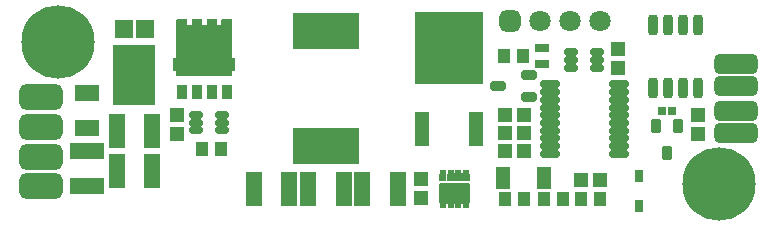
<source format=gts>
G04*
G04 #@! TF.GenerationSoftware,Altium Limited,Altium Designer,21.9.2 (33)*
G04*
G04 Layer_Color=8388736*
%FSLAX44Y44*%
%MOMM*%
G71*
G04*
G04 #@! TF.SameCoordinates,8E8D2D65-0791-42D9-92B5-5118B9BC109D*
G04*
G04*
G04 #@! TF.FilePolarity,Negative*
G04*
G01*
G75*
%ADD18R,0.8032X0.8032*%
%ADD19R,0.7032X1.1032*%
G04:AMPARAMS|DCode=20|XSize=3.7032mm|YSize=1.7032mm|CornerRadius=0.4766mm|HoleSize=0mm|Usage=FLASHONLY|Rotation=180.000|XOffset=0mm|YOffset=0mm|HoleType=Round|Shape=RoundedRectangle|*
%AMROUNDEDRECTD20*
21,1,3.7032,0.7500,0,0,180.0*
21,1,2.7500,1.7032,0,0,180.0*
1,1,0.9532,-1.3750,0.3750*
1,1,0.9532,1.3750,0.3750*
1,1,0.9532,1.3750,-0.3750*
1,1,0.9532,-1.3750,-0.3750*
%
%ADD20ROUNDEDRECTD20*%
%ADD21R,0.5532X0.5532*%
G04:AMPARAMS|DCode=22|XSize=1.1532mm|YSize=0.6032mm|CornerRadius=0.2016mm|HoleSize=0mm|Usage=FLASHONLY|Rotation=0.000|XOffset=0mm|YOffset=0mm|HoleType=Round|Shape=RoundedRectangle|*
%AMROUNDEDRECTD22*
21,1,1.1532,0.2000,0,0,0.0*
21,1,0.7500,0.6032,0,0,0.0*
1,1,0.4032,0.3750,-0.1000*
1,1,0.4032,-0.3750,-0.1000*
1,1,0.4032,-0.3750,0.1000*
1,1,0.4032,0.3750,0.1000*
%
%ADD22ROUNDEDRECTD22*%
%ADD23R,1.3532X2.9032*%
%ADD24R,1.1032X1.2032*%
%ADD25R,1.2032X1.1532*%
%ADD26R,0.9532X1.2032*%
%ADD27R,1.2032X1.9532*%
%ADD28R,3.5632X5.0632*%
%ADD29R,1.5932X1.6032*%
%ADD30R,1.1532X0.8032*%
%ADD31R,1.1532X1.2032*%
%ADD32R,2.0532X1.4532*%
%ADD33R,2.9032X1.3532*%
G04:AMPARAMS|DCode=34|XSize=0.8032mm|YSize=1.7532mm|CornerRadius=0.2516mm|HoleSize=0mm|Usage=FLASHONLY|Rotation=0.000|XOffset=0mm|YOffset=0mm|HoleType=Round|Shape=RoundedRectangle|*
%AMROUNDEDRECTD34*
21,1,0.8032,1.2500,0,0,0.0*
21,1,0.3000,1.7532,0,0,0.0*
1,1,0.5032,0.1500,-0.6250*
1,1,0.5032,-0.1500,-0.6250*
1,1,0.5032,-0.1500,0.6250*
1,1,0.5032,0.1500,0.6250*
%
%ADD34ROUNDEDRECTD34*%
G04:AMPARAMS|DCode=35|XSize=1.2532mm|YSize=0.8532mm|CornerRadius=0.2641mm|HoleSize=0mm|Usage=FLASHONLY|Rotation=270.000|XOffset=0mm|YOffset=0mm|HoleType=Round|Shape=RoundedRectangle|*
%AMROUNDEDRECTD35*
21,1,1.2532,0.3250,0,0,270.0*
21,1,0.7250,0.8532,0,0,270.0*
1,1,0.5282,-0.1625,-0.3625*
1,1,0.5282,-0.1625,0.3625*
1,1,0.5282,0.1625,0.3625*
1,1,0.5282,0.1625,-0.3625*
%
%ADD35ROUNDEDRECTD35*%
%ADD36R,5.7532X6.1032*%
%ADD37R,1.2032X2.8532*%
%ADD38R,5.6032X3.1032*%
G04:AMPARAMS|DCode=39|XSize=1.3532mm|YSize=0.8032mm|CornerRadius=0.2516mm|HoleSize=0mm|Usage=FLASHONLY|Rotation=180.000|XOffset=0mm|YOffset=0mm|HoleType=Round|Shape=RoundedRectangle|*
%AMROUNDEDRECTD39*
21,1,1.3532,0.3000,0,0,180.0*
21,1,0.8500,0.8032,0,0,180.0*
1,1,0.5032,-0.4250,0.1500*
1,1,0.5032,0.4250,0.1500*
1,1,0.5032,0.4250,-0.1500*
1,1,0.5032,-0.4250,-0.1500*
%
%ADD39ROUNDEDRECTD39*%
G04:AMPARAMS|DCode=40|XSize=3.7032mm|YSize=2.2032mm|CornerRadius=0.6016mm|HoleSize=0mm|Usage=FLASHONLY|Rotation=180.000|XOffset=0mm|YOffset=0mm|HoleType=Round|Shape=RoundedRectangle|*
%AMROUNDEDRECTD40*
21,1,3.7032,1.0000,0,0,180.0*
21,1,2.5000,2.2032,0,0,180.0*
1,1,1.2032,-1.2500,0.5000*
1,1,1.2032,1.2500,0.5000*
1,1,1.2032,1.2500,-0.5000*
1,1,1.2032,-1.2500,-0.5000*
%
%ADD40ROUNDEDRECTD40*%
G04:AMPARAMS|DCode=41|XSize=0.6532mm|YSize=1.6532mm|CornerRadius=0.2141mm|HoleSize=0mm|Usage=FLASHONLY|Rotation=90.000|XOffset=0mm|YOffset=0mm|HoleType=Round|Shape=RoundedRectangle|*
%AMROUNDEDRECTD41*
21,1,0.6532,1.2250,0,0,90.0*
21,1,0.2250,1.6532,0,0,90.0*
1,1,0.4282,0.6125,0.1125*
1,1,0.4282,0.6125,-0.1125*
1,1,0.4282,-0.6125,-0.1125*
1,1,0.4282,-0.6125,0.1125*
%
%ADD41ROUNDEDRECTD41*%
%ADD42C,6.2032*%
%ADD43C,1.8032*%
G04:AMPARAMS|DCode=44|XSize=1.8032mm|YSize=1.8032mm|CornerRadius=0.5016mm|HoleSize=0mm|Usage=FLASHONLY|Rotation=0.000|XOffset=0mm|YOffset=0mm|HoleType=Round|Shape=RoundedRectangle|*
%AMROUNDEDRECTD44*
21,1,1.8032,0.8000,0,0,0.0*
21,1,0.8000,1.8032,0,0,0.0*
1,1,1.0032,0.4000,-0.4000*
1,1,1.0032,-0.4000,-0.4000*
1,1,1.0032,-0.4000,0.4000*
1,1,1.0032,0.4000,0.4000*
%
%ADD44ROUNDEDRECTD44*%
%ADD45C,1.2032*%
G36*
X646830Y697084D02*
X649250D01*
Y686034D01*
X646830D01*
Y681784D01*
X599230D01*
Y686034D01*
X596750D01*
Y697084D01*
X599230D01*
Y729084D01*
X608730D01*
Y724334D01*
X637330D01*
Y729084D01*
X646830D01*
Y697084D01*
D02*
G37*
G36*
X846863Y599010D02*
X846993Y598983D01*
X847120Y598941D01*
X847239Y598882D01*
X847350Y598808D01*
X847450Y598720D01*
X847538Y598620D01*
X847612Y598509D01*
X847671Y598390D01*
X847713Y598264D01*
X847739Y598133D01*
X847748Y598000D01*
Y593250D01*
X847739Y593117D01*
X847713Y592986D01*
X847671Y592860D01*
X847612Y592741D01*
X847538Y592630D01*
X847450Y592530D01*
X847350Y592442D01*
X847239Y592368D01*
X847120Y592309D01*
X846993Y592267D01*
X846863Y592240D01*
X846730Y592232D01*
X829910D01*
X829777Y592240D01*
X829647Y592267D01*
X829520Y592309D01*
X829401Y592368D01*
X829290Y592442D01*
X829190Y592530D01*
X829102Y592630D01*
X829028Y592741D01*
X828969Y592860D01*
X828926Y592986D01*
X828901Y593117D01*
X828892Y593250D01*
Y598000D01*
X828901Y598133D01*
X828926Y598264D01*
X828969Y598390D01*
X829028Y598509D01*
X829102Y598620D01*
X829190Y598720D01*
X829290Y598808D01*
X829401Y598882D01*
X829520Y598941D01*
X829647Y598983D01*
X829777Y599010D01*
X829910Y599018D01*
X846730D01*
X846863Y599010D01*
D02*
G37*
G36*
X826883D02*
X827013Y598983D01*
X827140Y598941D01*
X827259Y598882D01*
X827370Y598808D01*
X827470Y598720D01*
X827558Y598620D01*
X827632Y598509D01*
X827691Y598390D01*
X827734Y598264D01*
X827759Y598133D01*
X827768Y598000D01*
Y593250D01*
X827759Y593117D01*
X827734Y592986D01*
X827691Y592860D01*
X827632Y592741D01*
X827558Y592630D01*
X827470Y592530D01*
X827370Y592442D01*
X827259Y592368D01*
X827140Y592309D01*
X827013Y592267D01*
X826883Y592240D01*
X826750Y592232D01*
X823250D01*
X823117Y592240D01*
X822987Y592267D01*
X822860Y592309D01*
X822741Y592368D01*
X822630Y592442D01*
X822530Y592530D01*
X822442Y592630D01*
X822368Y592741D01*
X822309Y592860D01*
X822266Y592986D01*
X822241Y593117D01*
X822232Y593250D01*
Y598000D01*
X822241Y598133D01*
X822266Y598264D01*
X822309Y598390D01*
X822368Y598509D01*
X822442Y598620D01*
X822530Y598720D01*
X822630Y598808D01*
X822741Y598882D01*
X822860Y598941D01*
X822987Y598983D01*
X823117Y599010D01*
X823250Y599018D01*
X826750D01*
X826883Y599010D01*
D02*
G37*
G36*
X846863Y590760D02*
X846993Y590733D01*
X847120Y590691D01*
X847239Y590632D01*
X847350Y590558D01*
X847450Y590470D01*
X847538Y590370D01*
X847612Y590259D01*
X847671Y590140D01*
X847713Y590014D01*
X847739Y589883D01*
X847748Y589750D01*
Y574000D01*
X847739Y573867D01*
X847713Y573736D01*
X847671Y573610D01*
X847612Y573491D01*
X847538Y573380D01*
X847450Y573280D01*
X847350Y573192D01*
X847239Y573118D01*
X847120Y573059D01*
X846993Y573017D01*
X846863Y572990D01*
X846730Y572982D01*
X823250D01*
X823117Y572990D01*
X822987Y573017D01*
X822860Y573059D01*
X822741Y573118D01*
X822630Y573192D01*
X822530Y573280D01*
X822442Y573380D01*
X822368Y573491D01*
X822309Y573610D01*
X822266Y573736D01*
X822241Y573867D01*
X822232Y574000D01*
Y589750D01*
X822241Y589883D01*
X822266Y590014D01*
X822309Y590140D01*
X822368Y590259D01*
X822442Y590370D01*
X822530Y590470D01*
X822630Y590558D01*
X822741Y590632D01*
X822860Y590691D01*
X822987Y590733D01*
X823117Y590760D01*
X823250Y590768D01*
X846730D01*
X846863Y590760D01*
D02*
G37*
D18*
X1019500Y652000D02*
D03*
X1010500D02*
D03*
D19*
X991000Y571000D02*
D03*
Y597000D02*
D03*
D20*
X1073000Y633000D02*
D03*
Y652000D02*
D03*
Y673000D02*
D03*
Y692000D02*
D03*
D21*
X825000Y599500D02*
D03*
X831660D02*
D03*
X838320D02*
D03*
X844980D02*
D03*
Y572500D02*
D03*
X838320D02*
D03*
X831660D02*
D03*
X825000D02*
D03*
D22*
X638000Y648500D02*
D03*
Y642000D02*
D03*
Y635500D02*
D03*
X616000D02*
D03*
Y642000D02*
D03*
Y648500D02*
D03*
X956000Y688500D02*
D03*
Y695000D02*
D03*
Y701500D02*
D03*
X934000D02*
D03*
Y695000D02*
D03*
Y688500D02*
D03*
D23*
X787000Y586000D02*
D03*
X757000D02*
D03*
X741000D02*
D03*
X711000D02*
D03*
X665000D02*
D03*
X695000D02*
D03*
X549000Y601000D02*
D03*
X579000D02*
D03*
X549000Y635000D02*
D03*
X579000D02*
D03*
D24*
X892998Y697999D02*
D03*
X876998D02*
D03*
X621350Y619464D02*
D03*
X637350D02*
D03*
X878000Y577000D02*
D03*
X894000D02*
D03*
X911000D02*
D03*
X927000D02*
D03*
X958000D02*
D03*
X942000D02*
D03*
D25*
X807000Y578000D02*
D03*
Y594000D02*
D03*
X600000Y648000D02*
D03*
Y632000D02*
D03*
X1041000Y648000D02*
D03*
Y632000D02*
D03*
X973000Y688000D02*
D03*
Y704000D02*
D03*
D26*
X629350Y668050D02*
D03*
X616650D02*
D03*
X642050D02*
D03*
X603950D02*
D03*
X642050Y723950D02*
D03*
X629350D02*
D03*
X616650D02*
D03*
X603950D02*
D03*
D27*
X911000Y595000D02*
D03*
X876000D02*
D03*
D28*
X564000Y682230D02*
D03*
D29*
X573200Y721270D02*
D03*
X554800D02*
D03*
D30*
X909000Y705466D02*
D03*
Y691466D02*
D03*
D31*
X878000Y648000D02*
D03*
X894000D02*
D03*
Y618000D02*
D03*
X878000D02*
D03*
X958000Y593000D02*
D03*
X942000D02*
D03*
X894000Y633000D02*
D03*
X878000D02*
D03*
D32*
X524000Y667000D02*
D03*
Y637000D02*
D03*
D33*
Y618000D02*
D03*
Y588000D02*
D03*
D34*
X1002900Y671000D02*
D03*
X1015600D02*
D03*
X1028300D02*
D03*
X1041000D02*
D03*
X1002900Y725000D02*
D03*
X1015600D02*
D03*
X1028300D02*
D03*
X1041000D02*
D03*
D35*
X1024500Y639500D02*
D03*
X1005500D02*
D03*
X1015000Y616500D02*
D03*
D36*
X830000Y705000D02*
D03*
D37*
X852800Y636500D02*
D03*
X807200D02*
D03*
D38*
X726000Y622500D02*
D03*
Y719500D02*
D03*
D39*
X872000Y673000D02*
D03*
X898000Y682500D02*
D03*
Y663500D02*
D03*
D40*
X485000Y588000D02*
D03*
Y613000D02*
D03*
X485260Y638272D02*
D03*
Y663272D02*
D03*
D41*
X974500Y615750D02*
D03*
Y622250D02*
D03*
Y628750D02*
D03*
Y635250D02*
D03*
Y641750D02*
D03*
Y648250D02*
D03*
Y654750D02*
D03*
Y661250D02*
D03*
Y667750D02*
D03*
Y674250D02*
D03*
X915500Y615750D02*
D03*
Y622250D02*
D03*
Y628750D02*
D03*
Y635250D02*
D03*
Y641750D02*
D03*
Y648250D02*
D03*
Y654750D02*
D03*
Y661250D02*
D03*
Y667750D02*
D03*
Y674250D02*
D03*
D42*
X1059000Y590000D02*
D03*
X499000Y710000D02*
D03*
D43*
X958400Y728000D02*
D03*
X933000D02*
D03*
X907600D02*
D03*
D44*
X882200D02*
D03*
D45*
X1042835Y606164D02*
D03*
X1036140Y590000D02*
D03*
X1042835Y573835D02*
D03*
X1059000Y567140D02*
D03*
X1075164Y573835D02*
D03*
X1081860Y590000D02*
D03*
X1075164Y606164D02*
D03*
X1059000Y612860D02*
D03*
X482836Y726164D02*
D03*
X476140Y710000D02*
D03*
X482836Y693836D02*
D03*
X499000Y687140D02*
D03*
X515164Y693836D02*
D03*
X521860Y710000D02*
D03*
X515164Y726164D02*
D03*
X499000Y732860D02*
D03*
M02*

</source>
